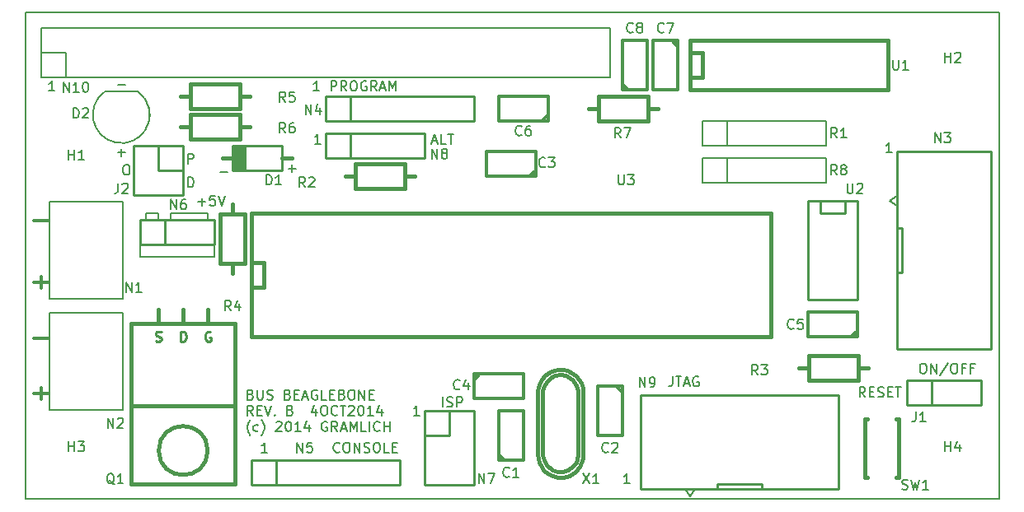
<source format=gto>
%FSLAX46Y46*%
G04 Gerber Fmt 4.6, Leading zero omitted, Abs format (unit mm)*
G04 Created by KiCad (PCBNEW (2014-jul-16 BZR unknown)-product) date Sat 04 Oct 2014 10:12:47 PM PDT*
%MOMM*%
G01*
G04 APERTURE LIST*
%ADD10C,0.100000*%
%ADD11C,0.203200*%
%ADD12C,0.200000*%
%ADD13C,0.300000*%
%ADD14C,0.304800*%
%ADD15C,0.381000*%
%ADD16C,0.254000*%
%ADD17C,0.150000*%
%ADD18C,0.250190*%
%ADD19C,0.251460*%
G04 APERTURE END LIST*
D10*
D11*
X103009095Y-108028619D02*
X102428524Y-108028619D01*
X102718810Y-108028619D02*
X102718810Y-107012619D01*
X102622048Y-107157762D01*
X102525286Y-107254524D01*
X102428524Y-107302905D01*
X124853095Y-145239619D02*
X124272524Y-145239619D01*
X124562810Y-145239619D02*
X124562810Y-144223619D01*
X124466048Y-144368762D01*
X124369286Y-144465524D01*
X124272524Y-144513905D01*
X186242476Y-139524619D02*
X185903810Y-139040810D01*
X185661905Y-139524619D02*
X185661905Y-138508619D01*
X186048952Y-138508619D01*
X186145714Y-138557000D01*
X186194095Y-138605381D01*
X186242476Y-138702143D01*
X186242476Y-138847286D01*
X186194095Y-138944048D01*
X186145714Y-138992429D01*
X186048952Y-139040810D01*
X185661905Y-139040810D01*
X186677905Y-138992429D02*
X187016571Y-138992429D01*
X187161714Y-139524619D02*
X186677905Y-139524619D01*
X186677905Y-138508619D01*
X187161714Y-138508619D01*
X187548762Y-139476238D02*
X187693905Y-139524619D01*
X187935809Y-139524619D01*
X188032571Y-139476238D01*
X188080952Y-139427857D01*
X188129333Y-139331095D01*
X188129333Y-139234333D01*
X188080952Y-139137571D01*
X188032571Y-139089190D01*
X187935809Y-139040810D01*
X187742286Y-138992429D01*
X187645524Y-138944048D01*
X187597143Y-138895667D01*
X187548762Y-138798905D01*
X187548762Y-138702143D01*
X187597143Y-138605381D01*
X187645524Y-138557000D01*
X187742286Y-138508619D01*
X187984190Y-138508619D01*
X188129333Y-138557000D01*
X188564762Y-138992429D02*
X188903428Y-138992429D01*
X189048571Y-139524619D02*
X188564762Y-139524619D01*
X188564762Y-138508619D01*
X189048571Y-138508619D01*
X189338857Y-138508619D02*
X189919428Y-138508619D01*
X189629143Y-139524619D02*
X189629143Y-138508619D01*
D12*
X100000000Y-150000000D02*
X100000000Y-100000000D01*
X200000000Y-150000000D02*
X100000000Y-150000000D01*
X200000000Y-100000000D02*
X200000000Y-150000000D01*
X100000000Y-100000000D02*
X200000000Y-100000000D01*
D11*
X117716905Y-119452571D02*
X118491000Y-119452571D01*
X118103952Y-119839619D02*
X118103952Y-119065524D01*
X119458619Y-118823619D02*
X118974810Y-118823619D01*
X118926429Y-119307429D01*
X118974810Y-119259048D01*
X119071572Y-119210667D01*
X119313476Y-119210667D01*
X119410238Y-119259048D01*
X119458619Y-119307429D01*
X119507000Y-119404190D01*
X119507000Y-119646095D01*
X119458619Y-119742857D01*
X119410238Y-119791238D01*
X119313476Y-119839619D01*
X119071572Y-119839619D01*
X118974810Y-119791238D01*
X118926429Y-119742857D01*
X119797286Y-118823619D02*
X120135953Y-119839619D01*
X120474619Y-118823619D01*
X141798524Y-113199333D02*
X142282333Y-113199333D01*
X141701762Y-113489619D02*
X142040429Y-112473619D01*
X142379095Y-113489619D01*
X143201571Y-113489619D02*
X142717762Y-113489619D01*
X142717762Y-112473619D01*
X143395095Y-112473619D02*
X143975666Y-112473619D01*
X143685381Y-113489619D02*
X143685381Y-112473619D01*
X132267476Y-145142857D02*
X132219095Y-145191238D01*
X132073952Y-145239619D01*
X131977190Y-145239619D01*
X131832048Y-145191238D01*
X131735286Y-145094476D01*
X131686905Y-144997714D01*
X131638524Y-144804190D01*
X131638524Y-144659048D01*
X131686905Y-144465524D01*
X131735286Y-144368762D01*
X131832048Y-144272000D01*
X131977190Y-144223619D01*
X132073952Y-144223619D01*
X132219095Y-144272000D01*
X132267476Y-144320381D01*
X132896429Y-144223619D02*
X133089952Y-144223619D01*
X133186714Y-144272000D01*
X133283476Y-144368762D01*
X133331857Y-144562286D01*
X133331857Y-144900952D01*
X133283476Y-145094476D01*
X133186714Y-145191238D01*
X133089952Y-145239619D01*
X132896429Y-145239619D01*
X132799667Y-145191238D01*
X132702905Y-145094476D01*
X132654524Y-144900952D01*
X132654524Y-144562286D01*
X132702905Y-144368762D01*
X132799667Y-144272000D01*
X132896429Y-144223619D01*
X133767286Y-145239619D02*
X133767286Y-144223619D01*
X134347857Y-145239619D01*
X134347857Y-144223619D01*
X134783286Y-145191238D02*
X134928429Y-145239619D01*
X135170333Y-145239619D01*
X135267095Y-145191238D01*
X135315476Y-145142857D01*
X135363857Y-145046095D01*
X135363857Y-144949333D01*
X135315476Y-144852571D01*
X135267095Y-144804190D01*
X135170333Y-144755810D01*
X134976810Y-144707429D01*
X134880048Y-144659048D01*
X134831667Y-144610667D01*
X134783286Y-144513905D01*
X134783286Y-144417143D01*
X134831667Y-144320381D01*
X134880048Y-144272000D01*
X134976810Y-144223619D01*
X135218714Y-144223619D01*
X135363857Y-144272000D01*
X135992810Y-144223619D02*
X136186333Y-144223619D01*
X136283095Y-144272000D01*
X136379857Y-144368762D01*
X136428238Y-144562286D01*
X136428238Y-144900952D01*
X136379857Y-145094476D01*
X136283095Y-145191238D01*
X136186333Y-145239619D01*
X135992810Y-145239619D01*
X135896048Y-145191238D01*
X135799286Y-145094476D01*
X135750905Y-144900952D01*
X135750905Y-144562286D01*
X135799286Y-144368762D01*
X135896048Y-144272000D01*
X135992810Y-144223619D01*
X137347476Y-145239619D02*
X136863667Y-145239619D01*
X136863667Y-144223619D01*
X137686143Y-144707429D02*
X138024809Y-144707429D01*
X138169952Y-145239619D02*
X137686143Y-145239619D01*
X137686143Y-144223619D01*
X138169952Y-144223619D01*
X142862905Y-140540619D02*
X142862905Y-139524619D01*
X143298334Y-140492238D02*
X143443477Y-140540619D01*
X143685381Y-140540619D01*
X143782143Y-140492238D01*
X143830524Y-140443857D01*
X143878905Y-140347095D01*
X143878905Y-140250333D01*
X143830524Y-140153571D01*
X143782143Y-140105190D01*
X143685381Y-140056810D01*
X143491858Y-140008429D01*
X143395096Y-139960048D01*
X143346715Y-139911667D01*
X143298334Y-139814905D01*
X143298334Y-139718143D01*
X143346715Y-139621381D01*
X143395096Y-139573000D01*
X143491858Y-139524619D01*
X143733762Y-139524619D01*
X143878905Y-139573000D01*
X144314334Y-140540619D02*
X144314334Y-139524619D01*
X144701381Y-139524619D01*
X144798143Y-139573000D01*
X144846524Y-139621381D01*
X144894905Y-139718143D01*
X144894905Y-139863286D01*
X144846524Y-139960048D01*
X144798143Y-140008429D01*
X144701381Y-140056810D01*
X144314334Y-140056810D01*
X192105429Y-136073619D02*
X192298952Y-136073619D01*
X192395714Y-136122000D01*
X192492476Y-136218762D01*
X192540857Y-136412286D01*
X192540857Y-136750952D01*
X192492476Y-136944476D01*
X192395714Y-137041238D01*
X192298952Y-137089619D01*
X192105429Y-137089619D01*
X192008667Y-137041238D01*
X191911905Y-136944476D01*
X191863524Y-136750952D01*
X191863524Y-136412286D01*
X191911905Y-136218762D01*
X192008667Y-136122000D01*
X192105429Y-136073619D01*
X192976286Y-137089619D02*
X192976286Y-136073619D01*
X193556857Y-137089619D01*
X193556857Y-136073619D01*
X194766381Y-136025238D02*
X193895524Y-137331524D01*
X195298572Y-136073619D02*
X195492095Y-136073619D01*
X195588857Y-136122000D01*
X195685619Y-136218762D01*
X195734000Y-136412286D01*
X195734000Y-136750952D01*
X195685619Y-136944476D01*
X195588857Y-137041238D01*
X195492095Y-137089619D01*
X195298572Y-137089619D01*
X195201810Y-137041238D01*
X195105048Y-136944476D01*
X195056667Y-136750952D01*
X195056667Y-136412286D01*
X195105048Y-136218762D01*
X195201810Y-136122000D01*
X195298572Y-136073619D01*
X196508095Y-136557429D02*
X196169429Y-136557429D01*
X196169429Y-137089619D02*
X196169429Y-136073619D01*
X196653238Y-136073619D01*
X197378952Y-136557429D02*
X197040286Y-136557429D01*
X197040286Y-137089619D02*
X197040286Y-136073619D01*
X197524095Y-136073619D01*
X166442190Y-137413619D02*
X166442190Y-138139333D01*
X166393810Y-138284476D01*
X166297048Y-138381238D01*
X166151905Y-138429619D01*
X166055143Y-138429619D01*
X166780857Y-137413619D02*
X167361428Y-137413619D01*
X167071143Y-138429619D02*
X167071143Y-137413619D01*
X167651714Y-138139333D02*
X168135523Y-138139333D01*
X167554952Y-138429619D02*
X167893619Y-137413619D01*
X168232285Y-138429619D01*
X169103142Y-137462000D02*
X169006380Y-137413619D01*
X168861237Y-137413619D01*
X168716095Y-137462000D01*
X168619333Y-137558762D01*
X168570952Y-137655524D01*
X168522571Y-137849048D01*
X168522571Y-137994190D01*
X168570952Y-138187714D01*
X168619333Y-138284476D01*
X168716095Y-138381238D01*
X168861237Y-138429619D01*
X168957999Y-138429619D01*
X169103142Y-138381238D01*
X169151523Y-138332857D01*
X169151523Y-137994190D01*
X168957999Y-137994190D01*
X110290429Y-115648619D02*
X110483952Y-115648619D01*
X110580714Y-115697000D01*
X110677476Y-115793762D01*
X110725857Y-115987286D01*
X110725857Y-116325952D01*
X110677476Y-116519476D01*
X110580714Y-116616238D01*
X110483952Y-116664619D01*
X110290429Y-116664619D01*
X110193667Y-116616238D01*
X110096905Y-116519476D01*
X110048524Y-116325952D01*
X110048524Y-115987286D01*
X110096905Y-115793762D01*
X110193667Y-115697000D01*
X110290429Y-115648619D01*
X116700905Y-117934619D02*
X116700905Y-116918619D01*
X116942810Y-116918619D01*
X117087952Y-116967000D01*
X117184714Y-117063762D01*
X117233095Y-117160524D01*
X117281476Y-117354048D01*
X117281476Y-117499190D01*
X117233095Y-117692714D01*
X117184714Y-117789476D01*
X117087952Y-117886238D01*
X116942810Y-117934619D01*
X116700905Y-117934619D01*
X116700905Y-115521619D02*
X116700905Y-114505619D01*
X117087952Y-114505619D01*
X117184714Y-114554000D01*
X117233095Y-114602381D01*
X117281476Y-114699143D01*
X117281476Y-114844286D01*
X117233095Y-114941048D01*
X117184714Y-114989429D01*
X117087952Y-115037810D01*
X116700905Y-115037810D01*
X130314095Y-113489619D02*
X129733524Y-113489619D01*
X130023810Y-113489619D02*
X130023810Y-112473619D01*
X129927048Y-112618762D01*
X129830286Y-112715524D01*
X129733524Y-112763905D01*
X188988095Y-114378619D02*
X188407524Y-114378619D01*
X188697810Y-114378619D02*
X188697810Y-113362619D01*
X188601048Y-113507762D01*
X188504286Y-113604524D01*
X188407524Y-113652905D01*
X162064095Y-148414619D02*
X161483524Y-148414619D01*
X161773810Y-148414619D02*
X161773810Y-147398619D01*
X161677048Y-147543762D01*
X161580286Y-147640524D01*
X161483524Y-147688905D01*
X140474095Y-141429619D02*
X139893524Y-141429619D01*
X140183810Y-141429619D02*
X140183810Y-140413619D01*
X140087048Y-140558762D01*
X139990286Y-140655524D01*
X139893524Y-140703905D01*
X130187095Y-108028619D02*
X129606524Y-108028619D01*
X129896810Y-108028619D02*
X129896810Y-107012619D01*
X129800048Y-107157762D01*
X129703286Y-107254524D01*
X129606524Y-107302905D01*
X131396619Y-108028619D02*
X131396619Y-107012619D01*
X131783666Y-107012619D01*
X131880428Y-107061000D01*
X131928809Y-107109381D01*
X131977190Y-107206143D01*
X131977190Y-107351286D01*
X131928809Y-107448048D01*
X131880428Y-107496429D01*
X131783666Y-107544810D01*
X131396619Y-107544810D01*
X132993190Y-108028619D02*
X132654524Y-107544810D01*
X132412619Y-108028619D02*
X132412619Y-107012619D01*
X132799666Y-107012619D01*
X132896428Y-107061000D01*
X132944809Y-107109381D01*
X132993190Y-107206143D01*
X132993190Y-107351286D01*
X132944809Y-107448048D01*
X132896428Y-107496429D01*
X132799666Y-107544810D01*
X132412619Y-107544810D01*
X133622143Y-107012619D02*
X133815666Y-107012619D01*
X133912428Y-107061000D01*
X134009190Y-107157762D01*
X134057571Y-107351286D01*
X134057571Y-107689952D01*
X134009190Y-107883476D01*
X133912428Y-107980238D01*
X133815666Y-108028619D01*
X133622143Y-108028619D01*
X133525381Y-107980238D01*
X133428619Y-107883476D01*
X133380238Y-107689952D01*
X133380238Y-107351286D01*
X133428619Y-107157762D01*
X133525381Y-107061000D01*
X133622143Y-107012619D01*
X135025190Y-107061000D02*
X134928428Y-107012619D01*
X134783285Y-107012619D01*
X134638143Y-107061000D01*
X134541381Y-107157762D01*
X134493000Y-107254524D01*
X134444619Y-107448048D01*
X134444619Y-107593190D01*
X134493000Y-107786714D01*
X134541381Y-107883476D01*
X134638143Y-107980238D01*
X134783285Y-108028619D01*
X134880047Y-108028619D01*
X135025190Y-107980238D01*
X135073571Y-107931857D01*
X135073571Y-107593190D01*
X134880047Y-107593190D01*
X136089571Y-108028619D02*
X135750905Y-107544810D01*
X135509000Y-108028619D02*
X135509000Y-107012619D01*
X135896047Y-107012619D01*
X135992809Y-107061000D01*
X136041190Y-107109381D01*
X136089571Y-107206143D01*
X136089571Y-107351286D01*
X136041190Y-107448048D01*
X135992809Y-107496429D01*
X135896047Y-107544810D01*
X135509000Y-107544810D01*
X136476619Y-107738333D02*
X136960428Y-107738333D01*
X136379857Y-108028619D02*
X136718524Y-107012619D01*
X137057190Y-108028619D01*
X137395857Y-108028619D02*
X137395857Y-107012619D01*
X137734523Y-107738333D01*
X138073190Y-107012619D01*
X138073190Y-108028619D01*
X123135571Y-139271829D02*
X123280714Y-139320210D01*
X123329095Y-139368590D01*
X123377476Y-139465352D01*
X123377476Y-139610495D01*
X123329095Y-139707257D01*
X123280714Y-139755638D01*
X123183952Y-139804019D01*
X122796905Y-139804019D01*
X122796905Y-138788019D01*
X123135571Y-138788019D01*
X123232333Y-138836400D01*
X123280714Y-138884781D01*
X123329095Y-138981543D01*
X123329095Y-139078305D01*
X123280714Y-139175067D01*
X123232333Y-139223448D01*
X123135571Y-139271829D01*
X122796905Y-139271829D01*
X123812905Y-138788019D02*
X123812905Y-139610495D01*
X123861286Y-139707257D01*
X123909667Y-139755638D01*
X124006429Y-139804019D01*
X124199952Y-139804019D01*
X124296714Y-139755638D01*
X124345095Y-139707257D01*
X124393476Y-139610495D01*
X124393476Y-138788019D01*
X124828905Y-139755638D02*
X124974048Y-139804019D01*
X125215952Y-139804019D01*
X125312714Y-139755638D01*
X125361095Y-139707257D01*
X125409476Y-139610495D01*
X125409476Y-139513733D01*
X125361095Y-139416971D01*
X125312714Y-139368590D01*
X125215952Y-139320210D01*
X125022429Y-139271829D01*
X124925667Y-139223448D01*
X124877286Y-139175067D01*
X124828905Y-139078305D01*
X124828905Y-138981543D01*
X124877286Y-138884781D01*
X124925667Y-138836400D01*
X125022429Y-138788019D01*
X125264333Y-138788019D01*
X125409476Y-138836400D01*
X126957666Y-139271829D02*
X127102809Y-139320210D01*
X127151190Y-139368590D01*
X127199571Y-139465352D01*
X127199571Y-139610495D01*
X127151190Y-139707257D01*
X127102809Y-139755638D01*
X127006047Y-139804019D01*
X126619000Y-139804019D01*
X126619000Y-138788019D01*
X126957666Y-138788019D01*
X127054428Y-138836400D01*
X127102809Y-138884781D01*
X127151190Y-138981543D01*
X127151190Y-139078305D01*
X127102809Y-139175067D01*
X127054428Y-139223448D01*
X126957666Y-139271829D01*
X126619000Y-139271829D01*
X127635000Y-139271829D02*
X127973666Y-139271829D01*
X128118809Y-139804019D02*
X127635000Y-139804019D01*
X127635000Y-138788019D01*
X128118809Y-138788019D01*
X128505857Y-139513733D02*
X128989666Y-139513733D01*
X128409095Y-139804019D02*
X128747762Y-138788019D01*
X129086428Y-139804019D01*
X129957285Y-138836400D02*
X129860523Y-138788019D01*
X129715380Y-138788019D01*
X129570238Y-138836400D01*
X129473476Y-138933162D01*
X129425095Y-139029924D01*
X129376714Y-139223448D01*
X129376714Y-139368590D01*
X129425095Y-139562114D01*
X129473476Y-139658876D01*
X129570238Y-139755638D01*
X129715380Y-139804019D01*
X129812142Y-139804019D01*
X129957285Y-139755638D01*
X130005666Y-139707257D01*
X130005666Y-139368590D01*
X129812142Y-139368590D01*
X130924904Y-139804019D02*
X130441095Y-139804019D01*
X130441095Y-138788019D01*
X131263571Y-139271829D02*
X131602237Y-139271829D01*
X131747380Y-139804019D02*
X131263571Y-139804019D01*
X131263571Y-138788019D01*
X131747380Y-138788019D01*
X132521475Y-139271829D02*
X132666618Y-139320210D01*
X132714999Y-139368590D01*
X132763380Y-139465352D01*
X132763380Y-139610495D01*
X132714999Y-139707257D01*
X132666618Y-139755638D01*
X132569856Y-139804019D01*
X132182809Y-139804019D01*
X132182809Y-138788019D01*
X132521475Y-138788019D01*
X132618237Y-138836400D01*
X132666618Y-138884781D01*
X132714999Y-138981543D01*
X132714999Y-139078305D01*
X132666618Y-139175067D01*
X132618237Y-139223448D01*
X132521475Y-139271829D01*
X132182809Y-139271829D01*
X133392333Y-138788019D02*
X133585856Y-138788019D01*
X133682618Y-138836400D01*
X133779380Y-138933162D01*
X133827761Y-139126686D01*
X133827761Y-139465352D01*
X133779380Y-139658876D01*
X133682618Y-139755638D01*
X133585856Y-139804019D01*
X133392333Y-139804019D01*
X133295571Y-139755638D01*
X133198809Y-139658876D01*
X133150428Y-139465352D01*
X133150428Y-139126686D01*
X133198809Y-138933162D01*
X133295571Y-138836400D01*
X133392333Y-138788019D01*
X134263190Y-139804019D02*
X134263190Y-138788019D01*
X134843761Y-139804019D01*
X134843761Y-138788019D01*
X135327571Y-139271829D02*
X135666237Y-139271829D01*
X135811380Y-139804019D02*
X135327571Y-139804019D01*
X135327571Y-138788019D01*
X135811380Y-138788019D01*
X123377476Y-141429619D02*
X123038810Y-140945810D01*
X122796905Y-141429619D02*
X122796905Y-140413619D01*
X123183952Y-140413619D01*
X123280714Y-140462000D01*
X123329095Y-140510381D01*
X123377476Y-140607143D01*
X123377476Y-140752286D01*
X123329095Y-140849048D01*
X123280714Y-140897429D01*
X123183952Y-140945810D01*
X122796905Y-140945810D01*
X123812905Y-140897429D02*
X124151571Y-140897429D01*
X124296714Y-141429619D02*
X123812905Y-141429619D01*
X123812905Y-140413619D01*
X124296714Y-140413619D01*
X124587000Y-140413619D02*
X124925667Y-141429619D01*
X125264333Y-140413619D01*
X125603000Y-141332857D02*
X125651381Y-141381238D01*
X125603000Y-141429619D01*
X125554619Y-141381238D01*
X125603000Y-141332857D01*
X125603000Y-141429619D01*
X127199571Y-140897429D02*
X127344714Y-140945810D01*
X127393095Y-140994190D01*
X127441476Y-141090952D01*
X127441476Y-141236095D01*
X127393095Y-141332857D01*
X127344714Y-141381238D01*
X127247952Y-141429619D01*
X126860905Y-141429619D01*
X126860905Y-140413619D01*
X127199571Y-140413619D01*
X127296333Y-140462000D01*
X127344714Y-140510381D01*
X127393095Y-140607143D01*
X127393095Y-140703905D01*
X127344714Y-140800667D01*
X127296333Y-140849048D01*
X127199571Y-140897429D01*
X126860905Y-140897429D01*
X129860523Y-140752286D02*
X129860523Y-141429619D01*
X129618619Y-140365238D02*
X129376714Y-141090952D01*
X130005666Y-141090952D01*
X130586238Y-140413619D02*
X130779761Y-140413619D01*
X130876523Y-140462000D01*
X130973285Y-140558762D01*
X131021666Y-140752286D01*
X131021666Y-141090952D01*
X130973285Y-141284476D01*
X130876523Y-141381238D01*
X130779761Y-141429619D01*
X130586238Y-141429619D01*
X130489476Y-141381238D01*
X130392714Y-141284476D01*
X130344333Y-141090952D01*
X130344333Y-140752286D01*
X130392714Y-140558762D01*
X130489476Y-140462000D01*
X130586238Y-140413619D01*
X132037666Y-141332857D02*
X131989285Y-141381238D01*
X131844142Y-141429619D01*
X131747380Y-141429619D01*
X131602238Y-141381238D01*
X131505476Y-141284476D01*
X131457095Y-141187714D01*
X131408714Y-140994190D01*
X131408714Y-140849048D01*
X131457095Y-140655524D01*
X131505476Y-140558762D01*
X131602238Y-140462000D01*
X131747380Y-140413619D01*
X131844142Y-140413619D01*
X131989285Y-140462000D01*
X132037666Y-140510381D01*
X132327952Y-140413619D02*
X132908523Y-140413619D01*
X132618238Y-141429619D02*
X132618238Y-140413619D01*
X133198809Y-140510381D02*
X133247190Y-140462000D01*
X133343952Y-140413619D01*
X133585856Y-140413619D01*
X133682618Y-140462000D01*
X133730999Y-140510381D01*
X133779380Y-140607143D01*
X133779380Y-140703905D01*
X133730999Y-140849048D01*
X133150428Y-141429619D01*
X133779380Y-141429619D01*
X134408333Y-140413619D02*
X134505094Y-140413619D01*
X134601856Y-140462000D01*
X134650237Y-140510381D01*
X134698618Y-140607143D01*
X134746999Y-140800667D01*
X134746999Y-141042571D01*
X134698618Y-141236095D01*
X134650237Y-141332857D01*
X134601856Y-141381238D01*
X134505094Y-141429619D01*
X134408333Y-141429619D01*
X134311571Y-141381238D01*
X134263190Y-141332857D01*
X134214809Y-141236095D01*
X134166428Y-141042571D01*
X134166428Y-140800667D01*
X134214809Y-140607143D01*
X134263190Y-140510381D01*
X134311571Y-140462000D01*
X134408333Y-140413619D01*
X135714618Y-141429619D02*
X135134047Y-141429619D01*
X135424333Y-141429619D02*
X135424333Y-140413619D01*
X135327571Y-140558762D01*
X135230809Y-140655524D01*
X135134047Y-140703905D01*
X136585475Y-140752286D02*
X136585475Y-141429619D01*
X136343571Y-140365238D02*
X136101666Y-141090952D01*
X136730618Y-141090952D01*
X123087190Y-143442267D02*
X123038810Y-143393886D01*
X122942048Y-143248743D01*
X122893667Y-143151981D01*
X122845286Y-143006838D01*
X122796905Y-142764933D01*
X122796905Y-142571410D01*
X122845286Y-142329505D01*
X122893667Y-142184362D01*
X122942048Y-142087600D01*
X123038810Y-141942457D01*
X123087190Y-141894076D01*
X123909666Y-143006838D02*
X123812904Y-143055219D01*
X123619381Y-143055219D01*
X123522619Y-143006838D01*
X123474238Y-142958457D01*
X123425857Y-142861695D01*
X123425857Y-142571410D01*
X123474238Y-142474648D01*
X123522619Y-142426267D01*
X123619381Y-142377886D01*
X123812904Y-142377886D01*
X123909666Y-142426267D01*
X124248333Y-143442267D02*
X124296714Y-143393886D01*
X124393476Y-143248743D01*
X124441857Y-143151981D01*
X124490238Y-143006838D01*
X124538619Y-142764933D01*
X124538619Y-142571410D01*
X124490238Y-142329505D01*
X124441857Y-142184362D01*
X124393476Y-142087600D01*
X124296714Y-141942457D01*
X124248333Y-141894076D01*
X125748142Y-142135981D02*
X125796523Y-142087600D01*
X125893285Y-142039219D01*
X126135189Y-142039219D01*
X126231951Y-142087600D01*
X126280332Y-142135981D01*
X126328713Y-142232743D01*
X126328713Y-142329505D01*
X126280332Y-142474648D01*
X125699761Y-143055219D01*
X126328713Y-143055219D01*
X126957666Y-142039219D02*
X127054427Y-142039219D01*
X127151189Y-142087600D01*
X127199570Y-142135981D01*
X127247951Y-142232743D01*
X127296332Y-142426267D01*
X127296332Y-142668171D01*
X127247951Y-142861695D01*
X127199570Y-142958457D01*
X127151189Y-143006838D01*
X127054427Y-143055219D01*
X126957666Y-143055219D01*
X126860904Y-143006838D01*
X126812523Y-142958457D01*
X126764142Y-142861695D01*
X126715761Y-142668171D01*
X126715761Y-142426267D01*
X126764142Y-142232743D01*
X126812523Y-142135981D01*
X126860904Y-142087600D01*
X126957666Y-142039219D01*
X128263951Y-143055219D02*
X127683380Y-143055219D01*
X127973666Y-143055219D02*
X127973666Y-142039219D01*
X127876904Y-142184362D01*
X127780142Y-142281124D01*
X127683380Y-142329505D01*
X129134808Y-142377886D02*
X129134808Y-143055219D01*
X128892904Y-141990838D02*
X128650999Y-142716552D01*
X129279951Y-142716552D01*
X130973284Y-142087600D02*
X130876522Y-142039219D01*
X130731379Y-142039219D01*
X130586237Y-142087600D01*
X130489475Y-142184362D01*
X130441094Y-142281124D01*
X130392713Y-142474648D01*
X130392713Y-142619790D01*
X130441094Y-142813314D01*
X130489475Y-142910076D01*
X130586237Y-143006838D01*
X130731379Y-143055219D01*
X130828141Y-143055219D01*
X130973284Y-143006838D01*
X131021665Y-142958457D01*
X131021665Y-142619790D01*
X130828141Y-142619790D01*
X132037665Y-143055219D02*
X131698999Y-142571410D01*
X131457094Y-143055219D02*
X131457094Y-142039219D01*
X131844141Y-142039219D01*
X131940903Y-142087600D01*
X131989284Y-142135981D01*
X132037665Y-142232743D01*
X132037665Y-142377886D01*
X131989284Y-142474648D01*
X131940903Y-142523029D01*
X131844141Y-142571410D01*
X131457094Y-142571410D01*
X132424713Y-142764933D02*
X132908522Y-142764933D01*
X132327951Y-143055219D02*
X132666618Y-142039219D01*
X133005284Y-143055219D01*
X133343951Y-143055219D02*
X133343951Y-142039219D01*
X133682617Y-142764933D01*
X134021284Y-142039219D01*
X134021284Y-143055219D01*
X134988903Y-143055219D02*
X134505094Y-143055219D01*
X134505094Y-142039219D01*
X135327570Y-143055219D02*
X135327570Y-142039219D01*
X136391951Y-142958457D02*
X136343570Y-143006838D01*
X136198427Y-143055219D01*
X136101665Y-143055219D01*
X135956523Y-143006838D01*
X135859761Y-142910076D01*
X135811380Y-142813314D01*
X135762999Y-142619790D01*
X135762999Y-142474648D01*
X135811380Y-142281124D01*
X135859761Y-142184362D01*
X135956523Y-142087600D01*
X136101665Y-142039219D01*
X136198427Y-142039219D01*
X136343570Y-142087600D01*
X136391951Y-142135981D01*
X136827380Y-143055219D02*
X136827380Y-142039219D01*
X136827380Y-142523029D02*
X137407951Y-142523029D01*
X137407951Y-143055219D02*
X137407951Y-142039219D01*
D13*
X102374095Y-133457143D02*
X100825905Y-133457143D01*
X102374095Y-121392143D02*
X100825905Y-121392143D01*
X102374095Y-139172143D02*
X100825905Y-139172143D01*
X101600000Y-139743571D02*
X101600000Y-138600714D01*
X102374095Y-127742143D02*
X100825905Y-127742143D01*
X101600000Y-128313571D02*
X101600000Y-127170714D01*
D14*
X148590000Y-145999200D02*
X148590000Y-140970000D01*
X148590000Y-140970000D02*
X151130000Y-140970000D01*
X151130000Y-140970000D02*
X151130000Y-146050000D01*
X151130000Y-146050000D02*
X148590000Y-146050000D01*
X149225000Y-146050000D02*
X148590000Y-145415000D01*
X161290000Y-138480800D02*
X161290000Y-143510000D01*
X161290000Y-143510000D02*
X158750000Y-143510000D01*
X158750000Y-143510000D02*
X158750000Y-138430000D01*
X158750000Y-138430000D02*
X161290000Y-138430000D01*
X160655000Y-138430000D02*
X161290000Y-139065000D01*
X152349200Y-116840000D02*
X147320000Y-116840000D01*
X147320000Y-116840000D02*
X147320000Y-114300000D01*
X147320000Y-114300000D02*
X152400000Y-114300000D01*
X152400000Y-114300000D02*
X152400000Y-116840000D01*
X152400000Y-116205000D02*
X151765000Y-116840000D01*
X146100800Y-137160000D02*
X151130000Y-137160000D01*
X151130000Y-137160000D02*
X151130000Y-139700000D01*
X151130000Y-139700000D02*
X146050000Y-139700000D01*
X146050000Y-139700000D02*
X146050000Y-137160000D01*
X146050000Y-137795000D02*
X146685000Y-137160000D01*
X185369200Y-133350000D02*
X180340000Y-133350000D01*
X180340000Y-133350000D02*
X180340000Y-130810000D01*
X180340000Y-130810000D02*
X185420000Y-130810000D01*
X185420000Y-130810000D02*
X185420000Y-133350000D01*
X185420000Y-132715000D02*
X184785000Y-133350000D01*
X153619200Y-111125000D02*
X148590000Y-111125000D01*
X148590000Y-111125000D02*
X148590000Y-108585000D01*
X148590000Y-108585000D02*
X153670000Y-108585000D01*
X153670000Y-108585000D02*
X153670000Y-111125000D01*
X153670000Y-110490000D02*
X153035000Y-111125000D01*
X167005000Y-102920800D02*
X167005000Y-107950000D01*
X167005000Y-107950000D02*
X164465000Y-107950000D01*
X164465000Y-107950000D02*
X164465000Y-102870000D01*
X164465000Y-102870000D02*
X167005000Y-102870000D01*
X166370000Y-102870000D02*
X167005000Y-103505000D01*
X161290000Y-107899200D02*
X161290000Y-102870000D01*
X161290000Y-102870000D02*
X163830000Y-102870000D01*
X163830000Y-102870000D02*
X163830000Y-107950000D01*
X163830000Y-107950000D02*
X161290000Y-107950000D01*
X161925000Y-107950000D02*
X161290000Y-107315000D01*
D15*
X126365000Y-114935000D02*
X127381000Y-114935000D01*
X121539000Y-114935000D02*
X120269000Y-114935000D01*
D16*
X121793000Y-116205000D02*
X121793000Y-113665000D01*
X122047000Y-116205000D02*
X122047000Y-113665000D01*
X122301000Y-116205000D02*
X122301000Y-113665000D01*
X121539000Y-116205000D02*
X121539000Y-113665000D01*
X122555000Y-116205000D02*
X121285000Y-113665000D01*
X121285000Y-116205000D02*
X122555000Y-113665000D01*
X122555000Y-116205000D02*
X122555000Y-113665000D01*
X121920000Y-116205000D02*
X121920000Y-113665000D01*
X121285000Y-113665000D02*
X121285000Y-116205000D01*
X121285000Y-116205000D02*
X126365000Y-116205000D01*
X126365000Y-116205000D02*
X126365000Y-113665000D01*
X126365000Y-113665000D02*
X121285000Y-113665000D01*
D17*
X112268000Y-112141000D02*
G75*
G03X111506000Y-108077000I-2413000J1651000D01*
G74*
G01*
X111506000Y-108077000D02*
X108204000Y-108077000D01*
X108204000Y-108077000D02*
G75*
G03X112268000Y-108839000I1651000J-2413000D01*
G74*
G01*
D16*
X193040000Y-140335000D02*
X198120000Y-140335000D01*
X198120000Y-140335000D02*
X198120000Y-137795000D01*
X198120000Y-137795000D02*
X193040000Y-137795000D01*
X190500000Y-137795000D02*
X193040000Y-137795000D01*
X193040000Y-137795000D02*
X193040000Y-140335000D01*
X190500000Y-137795000D02*
X190500000Y-140335000D01*
X190500000Y-140335000D02*
X193040000Y-140335000D01*
X116205000Y-116205000D02*
X116205000Y-113665000D01*
X116205000Y-113665000D02*
X113665000Y-113665000D01*
X113665000Y-113665000D02*
X113665000Y-116205000D01*
X113665000Y-116205000D02*
X116205000Y-116205000D01*
X116205000Y-116205000D02*
X116205000Y-118745000D01*
X116205000Y-118745000D02*
X111125000Y-118745000D01*
X111125000Y-118745000D02*
X111125000Y-113665000D01*
X111125000Y-113665000D02*
X113665000Y-113665000D01*
D11*
X102480000Y-129460000D02*
X109980000Y-129460000D01*
X109980000Y-129460000D02*
X109980000Y-119460000D01*
X109980000Y-119460000D02*
X102480000Y-119460000D01*
X102480000Y-119460000D02*
X102480000Y-129460000D01*
X102480000Y-140890000D02*
X109980000Y-140890000D01*
X109980000Y-140890000D02*
X109980000Y-130890000D01*
X109980000Y-130890000D02*
X102480000Y-130890000D01*
X102480000Y-130890000D02*
X102480000Y-140890000D01*
D17*
X188722000Y-119380000D02*
X189484000Y-118872000D01*
X188722000Y-119380000D02*
X189484000Y-119888000D01*
D16*
X189484000Y-126746000D02*
X189992000Y-126746000D01*
X189992000Y-126746000D02*
X189992000Y-122174000D01*
X189992000Y-122174000D02*
X189484000Y-122174000D01*
X199136000Y-114300000D02*
X199136000Y-134620000D01*
X199136000Y-134620000D02*
X189484000Y-134620000D01*
X189484000Y-134620000D02*
X189484000Y-114300000D01*
X189484000Y-114300000D02*
X199136000Y-114300000D01*
X133350000Y-108585000D02*
X146050000Y-108585000D01*
X146050000Y-108585000D02*
X146050000Y-111125000D01*
X146050000Y-111125000D02*
X133350000Y-111125000D01*
X130810000Y-108585000D02*
X133350000Y-108585000D01*
X133350000Y-108585000D02*
X133350000Y-111125000D01*
X130810000Y-108585000D02*
X130810000Y-111125000D01*
X130810000Y-111125000D02*
X133350000Y-111125000D01*
X125730000Y-146050000D02*
X138430000Y-146050000D01*
X138430000Y-146050000D02*
X138430000Y-148590000D01*
X138430000Y-148590000D02*
X125730000Y-148590000D01*
X123190000Y-146050000D02*
X125730000Y-146050000D01*
X125730000Y-146050000D02*
X125730000Y-148590000D01*
X123190000Y-146050000D02*
X123190000Y-148590000D01*
X123190000Y-148590000D02*
X125730000Y-148590000D01*
X143510000Y-140970000D02*
X143510000Y-143510000D01*
X143510000Y-143510000D02*
X140970000Y-143510000D01*
X140970000Y-140970000D02*
X140970000Y-148590000D01*
X140970000Y-148590000D02*
X146050000Y-148590000D01*
X146050000Y-148590000D02*
X146050000Y-143510000D01*
X140970000Y-140970000D02*
X143510000Y-140970000D01*
X146050000Y-140970000D02*
X143510000Y-140970000D01*
X146050000Y-143510000D02*
X146050000Y-140970000D01*
X133350000Y-114935000D02*
X140970000Y-114935000D01*
X133350000Y-112395000D02*
X140970000Y-112395000D01*
X130810000Y-112395000D02*
X133350000Y-112395000D01*
X140970000Y-114935000D02*
X140970000Y-112395000D01*
X133350000Y-112395000D02*
X133350000Y-114935000D01*
X130810000Y-112395000D02*
X130810000Y-114935000D01*
X130810000Y-114935000D02*
X133350000Y-114935000D01*
D17*
X168275000Y-149733000D02*
X167767000Y-148971000D01*
X168275000Y-149733000D02*
X168783000Y-148971000D01*
D16*
X175641000Y-148971000D02*
X175641000Y-148463000D01*
X175641000Y-148463000D02*
X171069000Y-148463000D01*
X171069000Y-148463000D02*
X171069000Y-148971000D01*
X163195000Y-139319000D02*
X183515000Y-139319000D01*
X183515000Y-139319000D02*
X183515000Y-148971000D01*
X183515000Y-148971000D02*
X163195000Y-148971000D01*
X163195000Y-148971000D02*
X163195000Y-139319000D01*
D17*
X160020000Y-101600000D02*
X101600000Y-101600000D01*
X160020000Y-106680000D02*
X104140000Y-106680000D01*
X160020000Y-101600000D02*
X160020000Y-106680000D01*
X101600000Y-101600000D02*
X101600000Y-104140000D01*
X101600000Y-106680000D02*
X104140000Y-106680000D01*
X101600000Y-104140000D02*
X104140000Y-104140000D01*
X104140000Y-104140000D02*
X104140000Y-106680000D01*
X101600000Y-106680000D02*
X101600000Y-104140000D01*
D15*
X118745000Y-131953000D02*
X118745000Y-130556000D01*
X116205000Y-131953000D02*
X116205000Y-130556000D01*
X113665000Y-131953000D02*
X113665000Y-130556000D01*
X118719472Y-145034000D02*
G75*
G03X118719472Y-145034000I-2514472J0D01*
G74*
G01*
X110871000Y-140462000D02*
X110871000Y-148463000D01*
X110871000Y-148463000D02*
X121539000Y-148463000D01*
X121539000Y-148463000D02*
X121539000Y-140462000D01*
X110871000Y-131953000D02*
X110871000Y-140462000D01*
X110871000Y-140462000D02*
X121539000Y-140462000D01*
X121539000Y-140462000D02*
X121539000Y-131953000D01*
X116205000Y-131953000D02*
X121539000Y-131953000D01*
X116205000Y-131953000D02*
X110871000Y-131953000D01*
X180418740Y-136525000D02*
X179402740Y-136525000D01*
X185498740Y-136525000D02*
X186514740Y-136525000D01*
X180418740Y-135255000D02*
X185498740Y-135255000D01*
X185498740Y-135255000D02*
X185498740Y-137795000D01*
X185498740Y-137795000D02*
X180418740Y-137795000D01*
X180418740Y-137795000D02*
X180418740Y-135255000D01*
X121285000Y-120728740D02*
X121285000Y-119712740D01*
X121285000Y-125808740D02*
X121285000Y-126824740D01*
X122555000Y-120728740D02*
X122555000Y-125808740D01*
X122555000Y-125808740D02*
X120015000Y-125808740D01*
X120015000Y-125808740D02*
X120015000Y-120728740D01*
X120015000Y-120728740D02*
X122555000Y-120728740D01*
X116918740Y-108585000D02*
X115902740Y-108585000D01*
X121998740Y-108585000D02*
X123014740Y-108585000D01*
X116918740Y-107315000D02*
X121998740Y-107315000D01*
X121998740Y-107315000D02*
X121998740Y-109855000D01*
X121998740Y-109855000D02*
X116918740Y-109855000D01*
X116918740Y-109855000D02*
X116918740Y-107315000D01*
X116918740Y-111760000D02*
X115902740Y-111760000D01*
X121998740Y-111760000D02*
X123014740Y-111760000D01*
X116918740Y-110490000D02*
X121998740Y-110490000D01*
X121998740Y-110490000D02*
X121998740Y-113030000D01*
X121998740Y-113030000D02*
X116918740Y-113030000D01*
X116918740Y-113030000D02*
X116918740Y-110490000D01*
X189710060Y-141780260D02*
X189461140Y-141780260D01*
X189710060Y-147779740D02*
X189461140Y-147779740D01*
X186209940Y-141780260D02*
X186458860Y-141780260D01*
X186209940Y-147779740D02*
X186458860Y-147779740D01*
X189710060Y-147779740D02*
X189710060Y-141780260D01*
X186209940Y-147779740D02*
X186209940Y-141780260D01*
X168275000Y-102870000D02*
X188595000Y-102870000D01*
X188595000Y-107950000D02*
X168275000Y-107950000D01*
X168275000Y-107950000D02*
X168275000Y-102870000D01*
X168275000Y-104140000D02*
X169545000Y-104140000D01*
X169545000Y-104140000D02*
X169545000Y-106680000D01*
X169545000Y-106680000D02*
X168275000Y-106680000D01*
X188595000Y-102870000D02*
X188595000Y-107950000D01*
D16*
X184150000Y-119380000D02*
X184150000Y-120650000D01*
X184150000Y-120650000D02*
X181610000Y-120650000D01*
X181610000Y-120650000D02*
X181610000Y-119380000D01*
X185420000Y-119380000D02*
X185420000Y-129540000D01*
X185420000Y-129540000D02*
X180340000Y-129540000D01*
X180340000Y-129540000D02*
X180340000Y-119380000D01*
X180340000Y-119380000D02*
X185420000Y-119380000D01*
D15*
X123190000Y-125730000D02*
X124460000Y-125730000D01*
X124460000Y-125730000D02*
X124460000Y-128270000D01*
X124460000Y-128270000D02*
X123190000Y-128270000D01*
X123190000Y-120650000D02*
X176530000Y-120650000D01*
X176530000Y-120650000D02*
X176530000Y-133350000D01*
X176530000Y-133350000D02*
X123190000Y-133350000D01*
X123190000Y-133350000D02*
X123190000Y-120650000D01*
X153939240Y-137541000D02*
X154340560Y-137340340D01*
X154340560Y-137340340D02*
X154940000Y-137238740D01*
X154940000Y-137238740D02*
X155440380Y-137340340D01*
X155440380Y-137340340D02*
X156138880Y-137739120D01*
X156138880Y-137739120D02*
X156540200Y-138341100D01*
X156540200Y-138341100D02*
X156740860Y-138940540D01*
X156740860Y-138940540D02*
X156740860Y-145539460D01*
X156740860Y-145539460D02*
X156540200Y-146240500D01*
X156540200Y-146240500D02*
X156240480Y-146639280D01*
X156240480Y-146639280D02*
X155740100Y-147040600D01*
X155740100Y-147040600D02*
X155140660Y-147241260D01*
X155140660Y-147241260D02*
X154640280Y-147241260D01*
X154640280Y-147241260D02*
X154139900Y-147040600D01*
X154139900Y-147040600D02*
X153540460Y-146540220D01*
X153540460Y-146540220D02*
X153240740Y-146039840D01*
X153240740Y-146039840D02*
X153139140Y-145539460D01*
X153139140Y-145440400D02*
X153139140Y-138838940D01*
X153139140Y-138838940D02*
X153240740Y-138440160D01*
X153240740Y-138440160D02*
X153540460Y-137939780D01*
X153540460Y-137939780D02*
X154040840Y-137439400D01*
X152610820Y-145430240D02*
X152659080Y-145889980D01*
X152659080Y-145889980D02*
X152770840Y-146288760D01*
X152770840Y-146288760D02*
X152989280Y-146720560D01*
X152989280Y-146720560D02*
X153220420Y-147010120D01*
X153220420Y-147010120D02*
X153570940Y-147340320D01*
X153570940Y-147340320D02*
X154109420Y-147629880D01*
X154109420Y-147629880D02*
X154708860Y-147759420D01*
X154708860Y-147759420D02*
X155219400Y-147759420D01*
X155219400Y-147759420D02*
X155920440Y-147589240D01*
X155920440Y-147589240D02*
X156509720Y-147190460D01*
X156509720Y-147190460D02*
X156880560Y-146730720D01*
X156880560Y-146730720D02*
X157088840Y-146309080D01*
X157088840Y-146309080D02*
X157248860Y-145859500D01*
X157248860Y-145859500D02*
X157279340Y-145420080D01*
X157060900Y-138079480D02*
X156839920Y-137701020D01*
X156839920Y-137701020D02*
X156560520Y-137380980D01*
X156560520Y-137380980D02*
X156230320Y-137129520D01*
X156230320Y-137129520D02*
X155679140Y-136829800D01*
X155679140Y-136829800D02*
X155209240Y-136720580D01*
X155209240Y-136720580D02*
X154749500Y-136700260D01*
X154749500Y-136700260D02*
X154289760Y-136789160D01*
X154289760Y-136789160D02*
X153840180Y-136979660D01*
X153840180Y-136979660D02*
X153370280Y-137340340D01*
X153370280Y-137340340D02*
X153050240Y-137690860D01*
X153050240Y-137690860D02*
X152819100Y-138079480D01*
X152819100Y-138079480D02*
X152679400Y-138508740D01*
X152679400Y-138508740D02*
X152610820Y-138950700D01*
X157269180Y-145440400D02*
X157269180Y-138988800D01*
X157269180Y-138988800D02*
X157231080Y-138569700D01*
X157231080Y-138569700D02*
X157060900Y-138079480D01*
X152610820Y-145440400D02*
X152610820Y-138988800D01*
D17*
X172085000Y-111125000D02*
X182245000Y-111125000D01*
X182245000Y-111125000D02*
X182245000Y-113665000D01*
X182245000Y-113665000D02*
X172085000Y-113665000D01*
X169545000Y-111125000D02*
X172085000Y-111125000D01*
X172085000Y-111125000D02*
X172085000Y-113665000D01*
X169545000Y-111125000D02*
X169545000Y-113665000D01*
X169545000Y-113665000D02*
X172085000Y-113665000D01*
D15*
X138986260Y-116840000D02*
X140002260Y-116840000D01*
X133906260Y-116840000D02*
X132890260Y-116840000D01*
X138986260Y-118110000D02*
X133906260Y-118110000D01*
X133906260Y-118110000D02*
X133906260Y-115570000D01*
X133906260Y-115570000D02*
X138986260Y-115570000D01*
X138986260Y-115570000D02*
X138986260Y-118110000D01*
X158828740Y-109855000D02*
X157812740Y-109855000D01*
X163908740Y-109855000D02*
X164924740Y-109855000D01*
X158828740Y-108585000D02*
X163908740Y-108585000D01*
X163908740Y-108585000D02*
X163908740Y-111125000D01*
X163908740Y-111125000D02*
X158828740Y-111125000D01*
X158828740Y-111125000D02*
X158828740Y-108585000D01*
D17*
X172085000Y-114935000D02*
X182245000Y-114935000D01*
X182245000Y-114935000D02*
X182245000Y-117475000D01*
X182245000Y-117475000D02*
X172085000Y-117475000D01*
X169545000Y-114935000D02*
X172085000Y-114935000D01*
X172085000Y-114935000D02*
X172085000Y-117475000D01*
X169545000Y-114935000D02*
X169545000Y-117475000D01*
X169545000Y-117475000D02*
X172085000Y-117475000D01*
X111760000Y-123825000D02*
X111760000Y-125095000D01*
X111760000Y-125095000D02*
X119380000Y-125095000D01*
X119380000Y-125095000D02*
X119380000Y-123825000D01*
X114935000Y-121285000D02*
X114935000Y-120650000D01*
X114935000Y-120650000D02*
X118745000Y-120650000D01*
X118745000Y-120650000D02*
X118745000Y-121285000D01*
X112395000Y-121285000D02*
X112395000Y-120650000D01*
X112395000Y-120650000D02*
X113665000Y-120650000D01*
X113665000Y-120650000D02*
X113665000Y-121285000D01*
D16*
X114300000Y-123825000D02*
X119380000Y-123825000D01*
X119380000Y-123825000D02*
X119380000Y-121285000D01*
X119380000Y-121285000D02*
X114300000Y-121285000D01*
X111760000Y-121285000D02*
X114300000Y-121285000D01*
X114300000Y-121285000D02*
X114300000Y-123825000D01*
X111760000Y-121285000D02*
X111760000Y-123825000D01*
X111760000Y-123825000D02*
X114300000Y-123825000D01*
D11*
X149690667Y-147682857D02*
X149642286Y-147731238D01*
X149497143Y-147779619D01*
X149400381Y-147779619D01*
X149255239Y-147731238D01*
X149158477Y-147634476D01*
X149110096Y-147537714D01*
X149061715Y-147344190D01*
X149061715Y-147199048D01*
X149110096Y-147005524D01*
X149158477Y-146908762D01*
X149255239Y-146812000D01*
X149400381Y-146763619D01*
X149497143Y-146763619D01*
X149642286Y-146812000D01*
X149690667Y-146860381D01*
X150658286Y-147779619D02*
X150077715Y-147779619D01*
X150368001Y-147779619D02*
X150368001Y-146763619D01*
X150271239Y-146908762D01*
X150174477Y-147005524D01*
X150077715Y-147053905D01*
X159850667Y-145142857D02*
X159802286Y-145191238D01*
X159657143Y-145239619D01*
X159560381Y-145239619D01*
X159415239Y-145191238D01*
X159318477Y-145094476D01*
X159270096Y-144997714D01*
X159221715Y-144804190D01*
X159221715Y-144659048D01*
X159270096Y-144465524D01*
X159318477Y-144368762D01*
X159415239Y-144272000D01*
X159560381Y-144223619D01*
X159657143Y-144223619D01*
X159802286Y-144272000D01*
X159850667Y-144320381D01*
X160237715Y-144320381D02*
X160286096Y-144272000D01*
X160382858Y-144223619D01*
X160624762Y-144223619D01*
X160721524Y-144272000D01*
X160769905Y-144320381D01*
X160818286Y-144417143D01*
X160818286Y-144513905D01*
X160769905Y-144659048D01*
X160189334Y-145239619D01*
X160818286Y-145239619D01*
X153373667Y-115805857D02*
X153325286Y-115854238D01*
X153180143Y-115902619D01*
X153083381Y-115902619D01*
X152938239Y-115854238D01*
X152841477Y-115757476D01*
X152793096Y-115660714D01*
X152744715Y-115467190D01*
X152744715Y-115322048D01*
X152793096Y-115128524D01*
X152841477Y-115031762D01*
X152938239Y-114935000D01*
X153083381Y-114886619D01*
X153180143Y-114886619D01*
X153325286Y-114935000D01*
X153373667Y-114983381D01*
X153712334Y-114886619D02*
X154341286Y-114886619D01*
X154002620Y-115273667D01*
X154147762Y-115273667D01*
X154244524Y-115322048D01*
X154292905Y-115370429D01*
X154341286Y-115467190D01*
X154341286Y-115709095D01*
X154292905Y-115805857D01*
X154244524Y-115854238D01*
X154147762Y-115902619D01*
X153857477Y-115902619D01*
X153760715Y-115854238D01*
X153712334Y-115805857D01*
X144610667Y-138665857D02*
X144562286Y-138714238D01*
X144417143Y-138762619D01*
X144320381Y-138762619D01*
X144175239Y-138714238D01*
X144078477Y-138617476D01*
X144030096Y-138520714D01*
X143981715Y-138327190D01*
X143981715Y-138182048D01*
X144030096Y-137988524D01*
X144078477Y-137891762D01*
X144175239Y-137795000D01*
X144320381Y-137746619D01*
X144417143Y-137746619D01*
X144562286Y-137795000D01*
X144610667Y-137843381D01*
X145481524Y-138085286D02*
X145481524Y-138762619D01*
X145239620Y-137698238D02*
X144997715Y-138423952D01*
X145626667Y-138423952D01*
X178900667Y-132442857D02*
X178852286Y-132491238D01*
X178707143Y-132539619D01*
X178610381Y-132539619D01*
X178465239Y-132491238D01*
X178368477Y-132394476D01*
X178320096Y-132297714D01*
X178271715Y-132104190D01*
X178271715Y-131959048D01*
X178320096Y-131765524D01*
X178368477Y-131668762D01*
X178465239Y-131572000D01*
X178610381Y-131523619D01*
X178707143Y-131523619D01*
X178852286Y-131572000D01*
X178900667Y-131620381D01*
X179819905Y-131523619D02*
X179336096Y-131523619D01*
X179287715Y-132007429D01*
X179336096Y-131959048D01*
X179432858Y-131910667D01*
X179674762Y-131910667D01*
X179771524Y-131959048D01*
X179819905Y-132007429D01*
X179868286Y-132104190D01*
X179868286Y-132346095D01*
X179819905Y-132442857D01*
X179771524Y-132491238D01*
X179674762Y-132539619D01*
X179432858Y-132539619D01*
X179336096Y-132491238D01*
X179287715Y-132442857D01*
X150960667Y-112537857D02*
X150912286Y-112586238D01*
X150767143Y-112634619D01*
X150670381Y-112634619D01*
X150525239Y-112586238D01*
X150428477Y-112489476D01*
X150380096Y-112392714D01*
X150331715Y-112199190D01*
X150331715Y-112054048D01*
X150380096Y-111860524D01*
X150428477Y-111763762D01*
X150525239Y-111667000D01*
X150670381Y-111618619D01*
X150767143Y-111618619D01*
X150912286Y-111667000D01*
X150960667Y-111715381D01*
X151831524Y-111618619D02*
X151638001Y-111618619D01*
X151541239Y-111667000D01*
X151492858Y-111715381D01*
X151396096Y-111860524D01*
X151347715Y-112054048D01*
X151347715Y-112441095D01*
X151396096Y-112537857D01*
X151444477Y-112586238D01*
X151541239Y-112634619D01*
X151734762Y-112634619D01*
X151831524Y-112586238D01*
X151879905Y-112537857D01*
X151928286Y-112441095D01*
X151928286Y-112199190D01*
X151879905Y-112102429D01*
X151831524Y-112054048D01*
X151734762Y-112005667D01*
X151541239Y-112005667D01*
X151444477Y-112054048D01*
X151396096Y-112102429D01*
X151347715Y-112199190D01*
X165565667Y-101962857D02*
X165517286Y-102011238D01*
X165372143Y-102059619D01*
X165275381Y-102059619D01*
X165130239Y-102011238D01*
X165033477Y-101914476D01*
X164985096Y-101817714D01*
X164936715Y-101624190D01*
X164936715Y-101479048D01*
X164985096Y-101285524D01*
X165033477Y-101188762D01*
X165130239Y-101092000D01*
X165275381Y-101043619D01*
X165372143Y-101043619D01*
X165517286Y-101092000D01*
X165565667Y-101140381D01*
X165904334Y-101043619D02*
X166581667Y-101043619D01*
X166146239Y-102059619D01*
X162390667Y-101962857D02*
X162342286Y-102011238D01*
X162197143Y-102059619D01*
X162100381Y-102059619D01*
X161955239Y-102011238D01*
X161858477Y-101914476D01*
X161810096Y-101817714D01*
X161761715Y-101624190D01*
X161761715Y-101479048D01*
X161810096Y-101285524D01*
X161858477Y-101188762D01*
X161955239Y-101092000D01*
X162100381Y-101043619D01*
X162197143Y-101043619D01*
X162342286Y-101092000D01*
X162390667Y-101140381D01*
X162971239Y-101479048D02*
X162874477Y-101430667D01*
X162826096Y-101382286D01*
X162777715Y-101285524D01*
X162777715Y-101237143D01*
X162826096Y-101140381D01*
X162874477Y-101092000D01*
X162971239Y-101043619D01*
X163164762Y-101043619D01*
X163261524Y-101092000D01*
X163309905Y-101140381D01*
X163358286Y-101237143D01*
X163358286Y-101285524D01*
X163309905Y-101382286D01*
X163261524Y-101430667D01*
X163164762Y-101479048D01*
X162971239Y-101479048D01*
X162874477Y-101527429D01*
X162826096Y-101575810D01*
X162777715Y-101672571D01*
X162777715Y-101866095D01*
X162826096Y-101962857D01*
X162874477Y-102011238D01*
X162971239Y-102059619D01*
X163164762Y-102059619D01*
X163261524Y-102011238D01*
X163309905Y-101962857D01*
X163358286Y-101866095D01*
X163358286Y-101672571D01*
X163309905Y-101575810D01*
X163261524Y-101527429D01*
X163164762Y-101479048D01*
X124726096Y-117680619D02*
X124726096Y-116664619D01*
X124968001Y-116664619D01*
X125113143Y-116713000D01*
X125209905Y-116809762D01*
X125258286Y-116906524D01*
X125306667Y-117100048D01*
X125306667Y-117245190D01*
X125258286Y-117438714D01*
X125209905Y-117535476D01*
X125113143Y-117632238D01*
X124968001Y-117680619D01*
X124726096Y-117680619D01*
X126274286Y-117680619D02*
X125693715Y-117680619D01*
X125984001Y-117680619D02*
X125984001Y-116664619D01*
X125887239Y-116809762D01*
X125790477Y-116906524D01*
X125693715Y-116954905D01*
X120008953Y-116404571D02*
X120783048Y-116404571D01*
X126993953Y-116023571D02*
X127768048Y-116023571D01*
X127381000Y-116410619D02*
X127381000Y-115636524D01*
X104914096Y-110822619D02*
X104914096Y-109806619D01*
X105156001Y-109806619D01*
X105301143Y-109855000D01*
X105397905Y-109951762D01*
X105446286Y-110048524D01*
X105494667Y-110242048D01*
X105494667Y-110387190D01*
X105446286Y-110580714D01*
X105397905Y-110677476D01*
X105301143Y-110774238D01*
X105156001Y-110822619D01*
X104914096Y-110822619D01*
X105881715Y-109903381D02*
X105930096Y-109855000D01*
X106026858Y-109806619D01*
X106268762Y-109806619D01*
X106365524Y-109855000D01*
X106413905Y-109903381D01*
X106462286Y-110000143D01*
X106462286Y-110096905D01*
X106413905Y-110242048D01*
X105833334Y-110822619D01*
X106462286Y-110822619D01*
X109467953Y-107387571D02*
X110242048Y-107387571D01*
X109467953Y-114372571D02*
X110242048Y-114372571D01*
X109855000Y-114759619D02*
X109855000Y-113985524D01*
X104460906Y-115104629D02*
X104460906Y-114088629D01*
X104460906Y-114572439D02*
X105041477Y-114572439D01*
X105041477Y-115104629D02*
X105041477Y-114088629D01*
X106057477Y-115104629D02*
X105476906Y-115104629D01*
X105767192Y-115104629D02*
X105767192Y-114088629D01*
X105670430Y-114233772D01*
X105573668Y-114330534D01*
X105476906Y-114378915D01*
X194460906Y-105104629D02*
X194460906Y-104088629D01*
X194460906Y-104572439D02*
X195041477Y-104572439D01*
X195041477Y-105104629D02*
X195041477Y-104088629D01*
X195476906Y-104185391D02*
X195525287Y-104137010D01*
X195622049Y-104088629D01*
X195863953Y-104088629D01*
X195960715Y-104137010D01*
X196009096Y-104185391D01*
X196057477Y-104282153D01*
X196057477Y-104378915D01*
X196009096Y-104524058D01*
X195428525Y-105104629D01*
X196057477Y-105104629D01*
X104460906Y-145104629D02*
X104460906Y-144088629D01*
X104460906Y-144572439D02*
X105041477Y-144572439D01*
X105041477Y-145104629D02*
X105041477Y-144088629D01*
X105428525Y-144088629D02*
X106057477Y-144088629D01*
X105718811Y-144475677D01*
X105863953Y-144475677D01*
X105960715Y-144524058D01*
X106009096Y-144572439D01*
X106057477Y-144669200D01*
X106057477Y-144911105D01*
X106009096Y-145007867D01*
X105960715Y-145056248D01*
X105863953Y-145104629D01*
X105573668Y-145104629D01*
X105476906Y-145056248D01*
X105428525Y-145007867D01*
X194460906Y-145104629D02*
X194460906Y-144088629D01*
X194460906Y-144572439D02*
X195041477Y-144572439D01*
X195041477Y-145104629D02*
X195041477Y-144088629D01*
X195960715Y-144427296D02*
X195960715Y-145104629D01*
X195718811Y-144040248D02*
X195476906Y-144765962D01*
X196105858Y-144765962D01*
X191431333Y-141048619D02*
X191431333Y-141774333D01*
X191382953Y-141919476D01*
X191286191Y-142016238D01*
X191141048Y-142064619D01*
X191044286Y-142064619D01*
X192447333Y-142064619D02*
X191866762Y-142064619D01*
X192157048Y-142064619D02*
X192157048Y-141048619D01*
X192060286Y-141193762D01*
X191963524Y-141290524D01*
X191866762Y-141338905D01*
X109516333Y-117553619D02*
X109516333Y-118279333D01*
X109467953Y-118424476D01*
X109371191Y-118521238D01*
X109226048Y-118569619D01*
X109129286Y-118569619D01*
X109951762Y-117650381D02*
X110000143Y-117602000D01*
X110096905Y-117553619D01*
X110338809Y-117553619D01*
X110435571Y-117602000D01*
X110483952Y-117650381D01*
X110532333Y-117747143D01*
X110532333Y-117843905D01*
X110483952Y-117989048D01*
X109903381Y-118569619D01*
X110532333Y-118569619D01*
X110350905Y-128729619D02*
X110350905Y-127713619D01*
X110931476Y-128729619D01*
X110931476Y-127713619D01*
X111947476Y-128729619D02*
X111366905Y-128729619D01*
X111657191Y-128729619D02*
X111657191Y-127713619D01*
X111560429Y-127858762D01*
X111463667Y-127955524D01*
X111366905Y-128003905D01*
X108445905Y-142699619D02*
X108445905Y-141683619D01*
X109026476Y-142699619D01*
X109026476Y-141683619D01*
X109461905Y-141780381D02*
X109510286Y-141732000D01*
X109607048Y-141683619D01*
X109848952Y-141683619D01*
X109945714Y-141732000D01*
X109994095Y-141780381D01*
X110042476Y-141877143D01*
X110042476Y-141973905D01*
X109994095Y-142119048D01*
X109413524Y-142699619D01*
X110042476Y-142699619D01*
X193408905Y-113362619D02*
X193408905Y-112346619D01*
X193989476Y-113362619D01*
X193989476Y-112346619D01*
X194376524Y-112346619D02*
X195005476Y-112346619D01*
X194666810Y-112733667D01*
X194811952Y-112733667D01*
X194908714Y-112782048D01*
X194957095Y-112830429D01*
X195005476Y-112927190D01*
X195005476Y-113169095D01*
X194957095Y-113265857D01*
X194908714Y-113314238D01*
X194811952Y-113362619D01*
X194521667Y-113362619D01*
X194424905Y-113314238D01*
X194376524Y-113265857D01*
X128765905Y-110441619D02*
X128765905Y-109425619D01*
X129346476Y-110441619D01*
X129346476Y-109425619D01*
X130265714Y-109764286D02*
X130265714Y-110441619D01*
X130023810Y-109377238D02*
X129781905Y-110102952D01*
X130410857Y-110102952D01*
X127876905Y-145239619D02*
X127876905Y-144223619D01*
X128457476Y-145239619D01*
X128457476Y-144223619D01*
X129425095Y-144223619D02*
X128941286Y-144223619D01*
X128892905Y-144707429D01*
X128941286Y-144659048D01*
X129038048Y-144610667D01*
X129279952Y-144610667D01*
X129376714Y-144659048D01*
X129425095Y-144707429D01*
X129473476Y-144804190D01*
X129473476Y-145046095D01*
X129425095Y-145142857D01*
X129376714Y-145191238D01*
X129279952Y-145239619D01*
X129038048Y-145239619D01*
X128941286Y-145191238D01*
X128892905Y-145142857D01*
X146545905Y-148414619D02*
X146545905Y-147398619D01*
X147126476Y-148414619D01*
X147126476Y-147398619D01*
X147513524Y-147398619D02*
X148190857Y-147398619D01*
X147755429Y-148414619D01*
X141719905Y-115013619D02*
X141719905Y-113997619D01*
X142300476Y-115013619D01*
X142300476Y-113997619D01*
X142929429Y-114433048D02*
X142832667Y-114384667D01*
X142784286Y-114336286D01*
X142735905Y-114239524D01*
X142735905Y-114191143D01*
X142784286Y-114094381D01*
X142832667Y-114046000D01*
X142929429Y-113997619D01*
X143122952Y-113997619D01*
X143219714Y-114046000D01*
X143268095Y-114094381D01*
X143316476Y-114191143D01*
X143316476Y-114239524D01*
X143268095Y-114336286D01*
X143219714Y-114384667D01*
X143122952Y-114433048D01*
X142929429Y-114433048D01*
X142832667Y-114481429D01*
X142784286Y-114529810D01*
X142735905Y-114626571D01*
X142735905Y-114820095D01*
X142784286Y-114916857D01*
X142832667Y-114965238D01*
X142929429Y-115013619D01*
X143122952Y-115013619D01*
X143219714Y-114965238D01*
X143268095Y-114916857D01*
X143316476Y-114820095D01*
X143316476Y-114626571D01*
X143268095Y-114529810D01*
X143219714Y-114481429D01*
X143122952Y-114433048D01*
X163055905Y-138508619D02*
X163055905Y-137492619D01*
X163636476Y-138508619D01*
X163636476Y-137492619D01*
X164168667Y-138508619D02*
X164362191Y-138508619D01*
X164458952Y-138460238D01*
X164507333Y-138411857D01*
X164604095Y-138266714D01*
X164652476Y-138073190D01*
X164652476Y-137686143D01*
X164604095Y-137589381D01*
X164555714Y-137541000D01*
X164458952Y-137492619D01*
X164265429Y-137492619D01*
X164168667Y-137541000D01*
X164120286Y-137589381D01*
X164071905Y-137686143D01*
X164071905Y-137928048D01*
X164120286Y-138024810D01*
X164168667Y-138073190D01*
X164265429Y-138121571D01*
X164458952Y-138121571D01*
X164555714Y-138073190D01*
X164604095Y-138024810D01*
X164652476Y-137928048D01*
X103898096Y-108155619D02*
X103898096Y-107139619D01*
X104478667Y-108155619D01*
X104478667Y-107139619D01*
X105494667Y-108155619D02*
X104914096Y-108155619D01*
X105204382Y-108155619D02*
X105204382Y-107139619D01*
X105107620Y-107284762D01*
X105010858Y-107381524D01*
X104914096Y-107429905D01*
X106123620Y-107139619D02*
X106220381Y-107139619D01*
X106317143Y-107188000D01*
X106365524Y-107236381D01*
X106413905Y-107333143D01*
X106462286Y-107526667D01*
X106462286Y-107768571D01*
X106413905Y-107962095D01*
X106365524Y-108058857D01*
X106317143Y-108107238D01*
X106220381Y-108155619D01*
X106123620Y-108155619D01*
X106026858Y-108107238D01*
X105978477Y-108058857D01*
X105930096Y-107962095D01*
X105881715Y-107768571D01*
X105881715Y-107526667D01*
X105930096Y-107333143D01*
X105978477Y-107236381D01*
X106026858Y-107188000D01*
X106123620Y-107139619D01*
X109123238Y-148511381D02*
X109026476Y-148463000D01*
X108929714Y-148366238D01*
X108784571Y-148221095D01*
X108687810Y-148172714D01*
X108591048Y-148172714D01*
X108639429Y-148414619D02*
X108542667Y-148366238D01*
X108445905Y-148269476D01*
X108397524Y-148075952D01*
X108397524Y-147737286D01*
X108445905Y-147543762D01*
X108542667Y-147447000D01*
X108639429Y-147398619D01*
X108832952Y-147398619D01*
X108929714Y-147447000D01*
X109026476Y-147543762D01*
X109074857Y-147737286D01*
X109074857Y-148075952D01*
X109026476Y-148269476D01*
X108929714Y-148366238D01*
X108832952Y-148414619D01*
X108639429Y-148414619D01*
X110042476Y-148414619D02*
X109461905Y-148414619D01*
X109752191Y-148414619D02*
X109752191Y-147398619D01*
X109655429Y-147543762D01*
X109558667Y-147640524D01*
X109461905Y-147688905D01*
D18*
X119007104Y-132849620D02*
X118911793Y-132801965D01*
X118768828Y-132801965D01*
X118625862Y-132849620D01*
X118530551Y-132944930D01*
X118482896Y-133040241D01*
X118435241Y-133230862D01*
X118435241Y-133373828D01*
X118482896Y-133564449D01*
X118530551Y-133659759D01*
X118625862Y-133755070D01*
X118768828Y-133802725D01*
X118864138Y-133802725D01*
X119007104Y-133755070D01*
X119054759Y-133707414D01*
X119054759Y-133373828D01*
X118864138Y-133373828D01*
D19*
D18*
X113379069Y-133755070D02*
X113522035Y-133802725D01*
X113760311Y-133802725D01*
X113855621Y-133755070D01*
X113903277Y-133707414D01*
X113950932Y-133612104D01*
X113950932Y-133516793D01*
X113903277Y-133421483D01*
X113855621Y-133373828D01*
X113760311Y-133326172D01*
X113569690Y-133278517D01*
X113474379Y-133230862D01*
X113426724Y-133183207D01*
X113379069Y-133087896D01*
X113379069Y-132992586D01*
X113426724Y-132897275D01*
X113474379Y-132849620D01*
X113569690Y-132801965D01*
X113807966Y-132801965D01*
X113950932Y-132849620D01*
D19*
D18*
X115942896Y-133802725D02*
X115942896Y-132801965D01*
X116181172Y-132801965D01*
X116324138Y-132849620D01*
X116419449Y-132944930D01*
X116467104Y-133040241D01*
X116514759Y-133230862D01*
X116514759Y-133373828D01*
X116467104Y-133564449D01*
X116419449Y-133659759D01*
X116324138Y-133755070D01*
X116181172Y-133802725D01*
X115942896Y-133802725D01*
D19*
D11*
X175217667Y-137238619D02*
X174879001Y-136754810D01*
X174637096Y-137238619D02*
X174637096Y-136222619D01*
X175024143Y-136222619D01*
X175120905Y-136271000D01*
X175169286Y-136319381D01*
X175217667Y-136416143D01*
X175217667Y-136561286D01*
X175169286Y-136658048D01*
X175120905Y-136706429D01*
X175024143Y-136754810D01*
X174637096Y-136754810D01*
X175556334Y-136222619D02*
X176185286Y-136222619D01*
X175846620Y-136609667D01*
X175991762Y-136609667D01*
X176088524Y-136658048D01*
X176136905Y-136706429D01*
X176185286Y-136803190D01*
X176185286Y-137045095D01*
X176136905Y-137141857D01*
X176088524Y-137190238D01*
X175991762Y-137238619D01*
X175701477Y-137238619D01*
X175604715Y-137190238D01*
X175556334Y-137141857D01*
X121115667Y-130634619D02*
X120777001Y-130150810D01*
X120535096Y-130634619D02*
X120535096Y-129618619D01*
X120922143Y-129618619D01*
X121018905Y-129667000D01*
X121067286Y-129715381D01*
X121115667Y-129812143D01*
X121115667Y-129957286D01*
X121067286Y-130054048D01*
X121018905Y-130102429D01*
X120922143Y-130150810D01*
X120535096Y-130150810D01*
X121986524Y-129957286D02*
X121986524Y-130634619D01*
X121744620Y-129570238D02*
X121502715Y-130295952D01*
X122131667Y-130295952D01*
X126703667Y-109171619D02*
X126365001Y-108687810D01*
X126123096Y-109171619D02*
X126123096Y-108155619D01*
X126510143Y-108155619D01*
X126606905Y-108204000D01*
X126655286Y-108252381D01*
X126703667Y-108349143D01*
X126703667Y-108494286D01*
X126655286Y-108591048D01*
X126606905Y-108639429D01*
X126510143Y-108687810D01*
X126123096Y-108687810D01*
X127622905Y-108155619D02*
X127139096Y-108155619D01*
X127090715Y-108639429D01*
X127139096Y-108591048D01*
X127235858Y-108542667D01*
X127477762Y-108542667D01*
X127574524Y-108591048D01*
X127622905Y-108639429D01*
X127671286Y-108736190D01*
X127671286Y-108978095D01*
X127622905Y-109074857D01*
X127574524Y-109123238D01*
X127477762Y-109171619D01*
X127235858Y-109171619D01*
X127139096Y-109123238D01*
X127090715Y-109074857D01*
X126703667Y-112346619D02*
X126365001Y-111862810D01*
X126123096Y-112346619D02*
X126123096Y-111330619D01*
X126510143Y-111330619D01*
X126606905Y-111379000D01*
X126655286Y-111427381D01*
X126703667Y-111524143D01*
X126703667Y-111669286D01*
X126655286Y-111766048D01*
X126606905Y-111814429D01*
X126510143Y-111862810D01*
X126123096Y-111862810D01*
X127574524Y-111330619D02*
X127381001Y-111330619D01*
X127284239Y-111379000D01*
X127235858Y-111427381D01*
X127139096Y-111572524D01*
X127090715Y-111766048D01*
X127090715Y-112153095D01*
X127139096Y-112249857D01*
X127187477Y-112298238D01*
X127284239Y-112346619D01*
X127477762Y-112346619D01*
X127574524Y-112298238D01*
X127622905Y-112249857D01*
X127671286Y-112153095D01*
X127671286Y-111911190D01*
X127622905Y-111814429D01*
X127574524Y-111766048D01*
X127477762Y-111717667D01*
X127284239Y-111717667D01*
X127187477Y-111766048D01*
X127139096Y-111814429D01*
X127090715Y-111911190D01*
X190034334Y-149001238D02*
X190179477Y-149049619D01*
X190421381Y-149049619D01*
X190518143Y-149001238D01*
X190566524Y-148952857D01*
X190614905Y-148856095D01*
X190614905Y-148759333D01*
X190566524Y-148662571D01*
X190518143Y-148614190D01*
X190421381Y-148565810D01*
X190227858Y-148517429D01*
X190131096Y-148469048D01*
X190082715Y-148420667D01*
X190034334Y-148323905D01*
X190034334Y-148227143D01*
X190082715Y-148130381D01*
X190131096Y-148082000D01*
X190227858Y-148033619D01*
X190469762Y-148033619D01*
X190614905Y-148082000D01*
X190953572Y-148033619D02*
X191195477Y-149049619D01*
X191389000Y-148323905D01*
X191582524Y-149049619D01*
X191824429Y-148033619D01*
X192743667Y-149049619D02*
X192163096Y-149049619D01*
X192453382Y-149049619D02*
X192453382Y-148033619D01*
X192356620Y-148178762D01*
X192259858Y-148275524D01*
X192163096Y-148323905D01*
X189090905Y-104853619D02*
X189090905Y-105676095D01*
X189139286Y-105772857D01*
X189187667Y-105821238D01*
X189284429Y-105869619D01*
X189477952Y-105869619D01*
X189574714Y-105821238D01*
X189623095Y-105772857D01*
X189671476Y-105676095D01*
X189671476Y-104853619D01*
X190687476Y-105869619D02*
X190106905Y-105869619D01*
X190397191Y-105869619D02*
X190397191Y-104853619D01*
X190300429Y-104998762D01*
X190203667Y-105095524D01*
X190106905Y-105143905D01*
X184391905Y-117553619D02*
X184391905Y-118376095D01*
X184440286Y-118472857D01*
X184488667Y-118521238D01*
X184585429Y-118569619D01*
X184778952Y-118569619D01*
X184875714Y-118521238D01*
X184924095Y-118472857D01*
X184972476Y-118376095D01*
X184972476Y-117553619D01*
X185407905Y-117650381D02*
X185456286Y-117602000D01*
X185553048Y-117553619D01*
X185794952Y-117553619D01*
X185891714Y-117602000D01*
X185940095Y-117650381D01*
X185988476Y-117747143D01*
X185988476Y-117843905D01*
X185940095Y-117989048D01*
X185359524Y-118569619D01*
X185988476Y-118569619D01*
X160896905Y-116664619D02*
X160896905Y-117487095D01*
X160945286Y-117583857D01*
X160993667Y-117632238D01*
X161090429Y-117680619D01*
X161283952Y-117680619D01*
X161380714Y-117632238D01*
X161429095Y-117583857D01*
X161477476Y-117487095D01*
X161477476Y-116664619D01*
X161864524Y-116664619D02*
X162493476Y-116664619D01*
X162154810Y-117051667D01*
X162299952Y-117051667D01*
X162396714Y-117100048D01*
X162445095Y-117148429D01*
X162493476Y-117245190D01*
X162493476Y-117487095D01*
X162445095Y-117583857D01*
X162396714Y-117632238D01*
X162299952Y-117680619D01*
X162009667Y-117680619D01*
X161912905Y-117632238D01*
X161864524Y-117583857D01*
X157292524Y-147398619D02*
X157969857Y-148414619D01*
X157969857Y-147398619D02*
X157292524Y-148414619D01*
X158889095Y-148414619D02*
X158308524Y-148414619D01*
X158598810Y-148414619D02*
X158598810Y-147398619D01*
X158502048Y-147543762D01*
X158405286Y-147640524D01*
X158308524Y-147688905D01*
X183345667Y-112854619D02*
X183007001Y-112370810D01*
X182765096Y-112854619D02*
X182765096Y-111838619D01*
X183152143Y-111838619D01*
X183248905Y-111887000D01*
X183297286Y-111935381D01*
X183345667Y-112032143D01*
X183345667Y-112177286D01*
X183297286Y-112274048D01*
X183248905Y-112322429D01*
X183152143Y-112370810D01*
X182765096Y-112370810D01*
X184313286Y-112854619D02*
X183732715Y-112854619D01*
X184023001Y-112854619D02*
X184023001Y-111838619D01*
X183926239Y-111983762D01*
X183829477Y-112080524D01*
X183732715Y-112128905D01*
X128735667Y-117934619D02*
X128397001Y-117450810D01*
X128155096Y-117934619D02*
X128155096Y-116918619D01*
X128542143Y-116918619D01*
X128638905Y-116967000D01*
X128687286Y-117015381D01*
X128735667Y-117112143D01*
X128735667Y-117257286D01*
X128687286Y-117354048D01*
X128638905Y-117402429D01*
X128542143Y-117450810D01*
X128155096Y-117450810D01*
X129122715Y-117015381D02*
X129171096Y-116967000D01*
X129267858Y-116918619D01*
X129509762Y-116918619D01*
X129606524Y-116967000D01*
X129654905Y-117015381D01*
X129703286Y-117112143D01*
X129703286Y-117208905D01*
X129654905Y-117354048D01*
X129074334Y-117934619D01*
X129703286Y-117934619D01*
X161120667Y-112854619D02*
X160782001Y-112370810D01*
X160540096Y-112854619D02*
X160540096Y-111838619D01*
X160927143Y-111838619D01*
X161023905Y-111887000D01*
X161072286Y-111935381D01*
X161120667Y-112032143D01*
X161120667Y-112177286D01*
X161072286Y-112274048D01*
X161023905Y-112322429D01*
X160927143Y-112370810D01*
X160540096Y-112370810D01*
X161459334Y-111838619D02*
X162136667Y-111838619D01*
X161701239Y-112854619D01*
X183345667Y-116664619D02*
X183007001Y-116180810D01*
X182765096Y-116664619D02*
X182765096Y-115648619D01*
X183152143Y-115648619D01*
X183248905Y-115697000D01*
X183297286Y-115745381D01*
X183345667Y-115842143D01*
X183345667Y-115987286D01*
X183297286Y-116084048D01*
X183248905Y-116132429D01*
X183152143Y-116180810D01*
X182765096Y-116180810D01*
X183926239Y-116084048D02*
X183829477Y-116035667D01*
X183781096Y-115987286D01*
X183732715Y-115890524D01*
X183732715Y-115842143D01*
X183781096Y-115745381D01*
X183829477Y-115697000D01*
X183926239Y-115648619D01*
X184119762Y-115648619D01*
X184216524Y-115697000D01*
X184264905Y-115745381D01*
X184313286Y-115842143D01*
X184313286Y-115890524D01*
X184264905Y-115987286D01*
X184216524Y-116035667D01*
X184119762Y-116084048D01*
X183926239Y-116084048D01*
X183829477Y-116132429D01*
X183781096Y-116180810D01*
X183732715Y-116277571D01*
X183732715Y-116471095D01*
X183781096Y-116567857D01*
X183829477Y-116616238D01*
X183926239Y-116664619D01*
X184119762Y-116664619D01*
X184216524Y-116616238D01*
X184264905Y-116567857D01*
X184313286Y-116471095D01*
X184313286Y-116277571D01*
X184264905Y-116180810D01*
X184216524Y-116132429D01*
X184119762Y-116084048D01*
X114922905Y-120220619D02*
X114922905Y-119204619D01*
X115503476Y-120220619D01*
X115503476Y-119204619D01*
X116422714Y-119204619D02*
X116229191Y-119204619D01*
X116132429Y-119253000D01*
X116084048Y-119301381D01*
X115987286Y-119446524D01*
X115938905Y-119640048D01*
X115938905Y-120027095D01*
X115987286Y-120123857D01*
X116035667Y-120172238D01*
X116132429Y-120220619D01*
X116325952Y-120220619D01*
X116422714Y-120172238D01*
X116471095Y-120123857D01*
X116519476Y-120027095D01*
X116519476Y-119785190D01*
X116471095Y-119688429D01*
X116422714Y-119640048D01*
X116325952Y-119591667D01*
X116132429Y-119591667D01*
X116035667Y-119640048D01*
X115987286Y-119688429D01*
X115938905Y-119785190D01*
M02*

</source>
